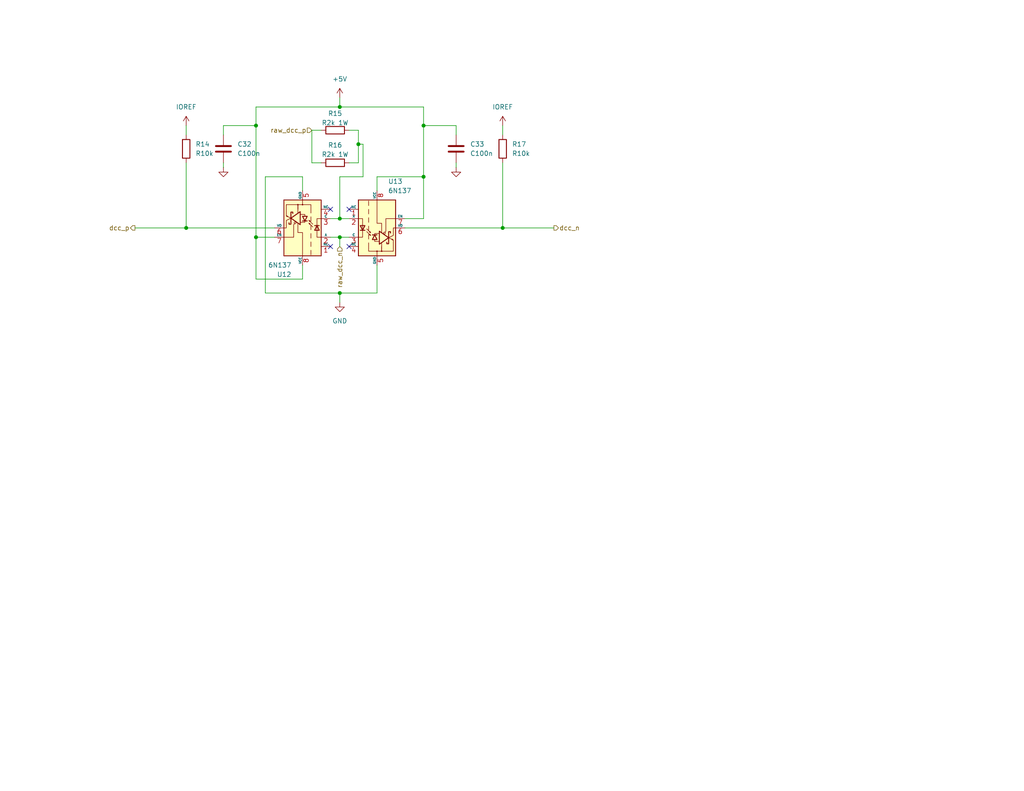
<source format=kicad_sch>
(kicad_sch (version 20250114) (generator "eeschema") (generator_version "9.0")
  (paper "USLetter")
  (title_block (title "Pico LCC Booster") (date "2025-04-05") (rev "4") (company "TMRC & Uncommon Models") (comment 1 "Noah Paladino") (comment 2 "This design is provided without warranty, safety, or performance guarantees"))
  (lib_symbols
    (symbol "Device:C" (pin_numbers (hide yes)) (pin_names (offset 0.254))
      (property "Reference" "C" (at 0.635 2.54 0))
      (property "Value" "C" (at 0.635 -2.54 0))
      (symbol "C_0_1"
        (polyline (pts (xy -2.032 0.762) (xy 2.032 0.762)) (stroke (width 0.508)))
        (polyline (pts (xy -2.032 -0.762) (xy 2.032 -0.762)) (stroke (width 0.508)))
      )
      (symbol "C_1_1"
        (pin passive line (at 0 3.81 270) (length 2.794) (name "~") (number "1"))
        (pin passive line (at 0 -3.81 90) (length 2.794) (name "~") (number "2"))
      )
    )
    (symbol "Device:R" (pin_numbers (hide yes)) (pin_names (offset 0))
      (property "Reference" "R" (at 2.032 0 90))
      (property "Value" "R" (at 0 0 90))
      (symbol "R_0_1"
        (rectangle (start -1.016 -2.54) (end 1.016 2.54) (stroke (width 0.254)))
      )
      (symbol "R_1_1"
        (pin passive line (at 0 3.81 270) (length 1.27) (name "~") (number "1"))
        (pin passive line (at 0 -3.81 90) (length 1.27) (name "~") (number "2"))
      )
    )
    (symbol "Isolator:6N137" (pin_names (offset 0))
      (property "Reference" "U" (at -4.064 8.89 0))
      (property "Value" "6N137" (at 0 -8.89 0))
      (symbol "6N137_0_1"
        (polyline (pts (xy -5.08 -2.54) (xy -3.937 -2.54) (xy -3.937 2.54) (xy -5.08 2.54)))
        (polyline (pts (xy -2.794 -0.254) (xy -1.717 -1.331) (xy -2.076 -1.152) (xy -1.896 -0.972) (xy -1.717 -1.331)))
        (polyline (pts (xy -2.794 -1.016) (xy -1.717 -2.093) (xy -2.076 -1.914) (xy -1.896 -1.734) (xy -1.717 -2.093)))
        (polyline (pts (xy 0 -6.35) (xy -2.286 -6.35) (xy -2.286 -4.064)))
        (polyline (pts (xy 1.27 -5.08) (xy 1.27 -6.35) (xy 0 -6.35) (xy 0 -7.62)))
        (polyline (pts (xy 3.175 -2.667) (xy 0.635 -4.445) (xy 0.635 -0.889) (xy 3.175 -2.667)) (stroke (width 0.254)))
      )
      (symbol "6N137_1_1"
        (rectangle (start -5.08 7.62) (end 5.08 -7.62) (stroke (width 0.254)) (fill (type background)))
        (polyline (pts (xy -4.572 -0.635) (xy -3.302 -0.635)) (stroke (width 0.254)))
        (polyline (pts (xy -3.937 -0.635) (xy -4.572 0.635) (xy -3.302 0.635) (xy -3.937 -0.635)) (stroke (width 0.254)))
        (polyline (pts (xy -2.286 7.366) (xy -2.286 6.096)))
        (polyline (pts (xy -2.286 5.08) (xy -2.286 3.81)))
        (polyline (pts (xy -2.286 2.794) (xy -2.286 1.524)))
        (polyline (pts (xy -2.286 0.508) (xy -2.286 -0.762)))
        (polyline (pts (xy -2.286 -1.778) (xy -2.286 -3.048)))
        (polyline (pts (xy -1.27 -1.905) (xy 0 -1.905)) (stroke (width 0.254)))
        (polyline (pts (xy -0.635 -1.905) (xy -0.635 -1.524) (xy 0.508 -1.524)))
        (polyline (pts (xy -0.635 -1.905) (xy -1.27 -3.175) (xy 0 -3.175) (xy -0.635 -1.905)) (stroke (width 0.254)))
        (polyline (pts (xy -0.635 -3.302) (xy -0.635 -3.683) (xy 0.635 -3.683)))
        (circle (center 0 -6.35) (radius 0.127) (fill (type outline)))
        (polyline (pts (xy 1.27 -1.27) (xy 1.27 1.27) (xy 0 1.27) (xy 0 7.62)))
        (polyline (pts (xy 1.27 -4.064) (xy 1.27 -6.35) (xy 4.445 -6.35)))
        (circle (center 1.27 -6.35) (radius 0.127) (fill (type outline)))
        (circle (center 2.032 -1.397) (radius 0.254))
        (polyline (pts (xy 2.1844 -1.1684) (xy 2.413 -0.889) (xy 2.413 2.54) (xy 5.08 2.54)))
        (polyline (pts (xy 3.175 -2.667) (xy 4.445 -3.302) (xy 4.445 -6.35)))
        (polyline (pts (xy 3.175 -2.667) (xy 3.175 -1.016) (xy 3.683 -1.016) (xy 3.683 -1.397)) (stroke (width 0.254)))
        (polyline (pts (xy 3.175 -2.667) (xy 3.175 -4.318) (xy 2.667 -4.318) (xy 2.667 -3.937)) (stroke (width 0.254)))
        (polyline (pts (xy 3.175 -2.667) (xy 4.445 -2.032) (xy 4.445 0) (xy 5.08 0)))
        (polyline (pts (xy 4.445 -3.302) (xy 4.161 -3.018) (xy 4.047 -3.246) (xy 4.445 -3.302)) (stroke (width 0.127)) (fill (type outline)))
        (pin passive line (at -7.62 5.08 0) (length 2.54) (name "NC") (number "1"))
        (pin passive line (at -7.62 2.54 0) (length 2.54) (name "A") (number "2"))
        (pin passive line (at -7.62 -2.54 0) (length 2.54) (name "C") (number "3"))
        (pin passive line (at -7.62 -5.08 0) (length 2.54) (name "NC") (number "4"))
        (pin power_in line (at 0 10.16 270) (length 2.54) (name "VCC") (number "8"))
        (pin power_in line (at 0 -10.16 90) (length 2.54) (name "GND") (number "5"))
        (pin input line (at 7.62 2.54 180) (length 2.54) (name "EN") (number "7"))
        (pin open_collector line (at 7.62 0 180) (length 2.54) (name "VO") (number "6"))
      )
    )
    (symbol "power:+3.3V" (power) (pin_numbers (hide yes)) (pin_names (offset 0) (hide yes))
      (property "Value" "+3.3V" (at 0 3.556 0))
      (symbol "+3.3V_0_1"
        (polyline (pts (xy -0.762 1.27) (xy 0 2.54)))
        (polyline (pts (xy 0 2.54) (xy 0.762 1.27)))
        (polyline (pts (xy 0 0) (xy 0 2.54)))
      )
      (symbol "+3.3V_1_1"
        (pin power_in line (at 0 0 90) (length 0) (name "~") (number "1"))
      )
    )
    (symbol "power:+5V" (power) (pin_numbers (hide yes)) (pin_names (offset 0) (hide yes))
      (property "Value" "+5V" (at 0 3.556 0))
      (symbol "+5V_0_1"
        (polyline (pts (xy -0.762 1.27) (xy 0 2.54)))
        (polyline (pts (xy 0 2.54) (xy 0.762 1.27)))
        (polyline (pts (xy 0 0) (xy 0 2.54)))
      )
      (symbol "+5V_1_1"
        (pin power_in line (at 0 0 90) (length 0) (name "~") (number "1"))
      )
    )
    (symbol "power:GND" (power) (pin_numbers (hide yes)) (pin_names (offset 0) (hide yes))
      (property "Value" "GND" (at 0 -3.81 0))
      (symbol "GND_0_1"
        (polyline (pts (xy 0 0) (xy 0 -1.27) (xy 1.27 -1.27) (xy 0 -2.54) (xy -1.27 -1.27) (xy 0 -1.27)))
      )
      (symbol "GND_1_1"
        (pin power_in line (at 0 0 270) (length 0) (name "~") (number "1"))
      )
    )
  )
  (junction (at 69.85 64.77))
  (junction (at 92.71 59.69))
  (junction (at 97.79 39.37))
  (junction (at 92.71 64.77))
  (junction (at 115.57 48.26))
  (junction (at 92.71 29.21))
  (junction (at 69.85 34.29))
  (junction (at 137.16 62.23))
  (junction (at 92.71 80.01))
  (junction (at 115.57 34.29))
  (junction (at 50.8 62.23))
  (no_connect (at 90.17 67.31))
  (no_connect (at 95.25 67.31))
  (no_connect (at 95.25 57.15))
  (no_connect (at 90.17 57.15))
  (wire (pts (xy 69.85 76.2) (xy 69.85 64.77)))
  (wire (pts (xy 102.87 48.26) (xy 115.57 48.26)))
  (wire (pts (xy 92.71 59.69) (xy 95.25 59.69)))
  (wire (pts (xy 115.57 29.21) (xy 115.57 34.29)))
  (wire (pts (xy 90.17 64.77) (xy 92.71 64.77)))
  (wire (pts (xy 69.85 64.77) (xy 69.85 34.29)))
  (wire (pts (xy 110.49 59.69) (xy 115.57 59.69)))
  (wire (pts (xy 60.96 44.45) (xy 60.96 45.72)))
  (wire (pts (xy 115.57 48.26) (xy 115.57 34.29)))
  (wire (pts (xy 92.71 48.26) (xy 92.71 59.69)))
  (wire (pts (xy 102.87 80.01) (xy 92.71 80.01)))
  (wire (pts (xy 97.79 44.45) (xy 95.25 44.45)))
  (wire (pts (xy 99.06 39.37) (xy 99.06 48.26)))
  (wire (pts (xy 90.17 59.69) (xy 92.71 59.69)))
  (wire (pts (xy 69.85 76.2) (xy 82.55 76.2)))
  (wire (pts (xy 137.16 36.83) (xy 137.16 34.29)))
  (wire (pts (xy 85.09 44.45) (xy 85.09 35.56)))
  (wire (pts (xy 50.8 44.45) (xy 50.8 62.23)))
  (wire (pts (xy 102.87 72.39) (xy 102.87 80.01)))
  (wire (pts (xy 124.46 36.83) (xy 124.46 34.29)))
  (wire (pts (xy 97.79 39.37) (xy 99.06 39.37)))
  (wire (pts (xy 92.71 80.01) (xy 92.71 82.55)))
  (wire (pts (xy 115.57 59.69) (xy 115.57 48.26)))
  (wire (pts (xy 97.79 35.56) (xy 95.25 35.56)))
  (wire (pts (xy 115.57 34.29) (xy 124.46 34.29)))
  (wire (pts (xy 102.87 52.07) (xy 102.87 48.26)))
  (wire (pts (xy 82.55 48.26) (xy 72.39 48.26)))
  (wire (pts (xy 87.63 44.45) (xy 85.09 44.45)))
  (wire (pts (xy 92.71 26.67) (xy 92.71 29.21)))
  (wire (pts (xy 82.55 52.07) (xy 82.55 48.26)))
  (wire (pts (xy 50.8 36.83) (xy 50.8 34.29)))
  (wire (pts (xy 69.85 29.21) (xy 69.85 34.29)))
  (wire (pts (xy 72.39 48.26) (xy 72.39 80.01)))
  (wire (pts (xy 137.16 62.23) (xy 151.13 62.23)))
  (wire (pts (xy 137.16 44.45) (xy 137.16 62.23)))
  (wire (pts (xy 92.71 67.31) (xy 92.71 64.77)))
  (wire (pts (xy 85.09 35.56) (xy 87.63 35.56)))
  (wire (pts (xy 69.85 64.77) (xy 74.93 64.77)))
  (wire (pts (xy 97.79 35.56) (xy 97.79 39.37)))
  (wire (pts (xy 115.57 29.21) (xy 92.71 29.21)))
  (wire (pts (xy 110.49 62.23) (xy 137.16 62.23)))
  (wire (pts (xy 50.8 62.23) (xy 74.93 62.23)))
  (wire (pts (xy 124.46 44.45) (xy 124.46 45.72)))
  (wire (pts (xy 69.85 29.21) (xy 92.71 29.21)))
  (wire (pts (xy 36.83 62.23) (xy 50.8 62.23)))
  (wire (pts (xy 60.96 34.29) (xy 69.85 34.29)))
  (wire (pts (xy 82.55 72.39) (xy 82.55 76.2)))
  (wire (pts (xy 60.96 36.83) (xy 60.96 34.29)))
  (wire (pts (xy 92.71 80.01) (xy 72.39 80.01)))
  (wire (pts (xy 99.06 48.26) (xy 92.71 48.26)))
  (wire (pts (xy 97.79 39.37) (xy 97.79 44.45)))
  (wire (pts (xy 92.71 64.77) (xy 95.25 64.77)))
  (hierarchical_label "raw_dcc_p" (shape input) (at 85.09 35.56 180))
  (hierarchical_label "raw_dcc_n" (shape input) (at 92.71 67.31 270))
  (hierarchical_label "dcc_n" (shape output) (at 151.13 62.23 0))
  (hierarchical_label "dcc_p" (shape output) (at 36.83 62.23 180))
  (symbol (lib_id "power:GND") (at 124.46 45.72 0) (unit 1)
    (property "Reference" "#PWR055" (effects (hide yes)))
    (property "Value" "GND" (effects (hide yes)))
    (property "Description" "Power symbol creates a global label with name \"GND\" , ground" (effects (hide yes)))
  )
  (symbol (lib_id "power:GND") (at 92.71 82.55 0) (unit 1)
    (property "Reference" "#PWR054" (effects (hide yes)))
    (property "Value" "GND" (at 92.71 87.63 0))
    (property "Description" "Power symbol creates a global label with name \"GND\" , ground" (effects (hide yes)))
  )
  (symbol (lib_id "power:+3.3V") (at 50.8 34.29 0) (unit 1)
    (property "Reference" "#PWR051" (effects (hide yes)))
    (property "Value" "IOREF" (at 50.8 29.21 0))
    (property "Description" "Power symbol creates a global label with name \"+3.3V\"" (effects (hide yes)))
  )
  (symbol (lib_id "Device:C") (at 124.46 40.64 0) (unit 1)
    (property "Reference" "C33" (at 128.27 39.3699 0) (effects (justify left)))
    (property "Value" "C100n" (at 128.27 41.9099 0) (effects (justify left)))
    (property "Footprint" "Capacitor_SMD:C_0805_2012Metric_Pad1.18x1.45mm_HandSolder" (effects (hide yes)))
    (property "Description" "Unpolarized capacitor" (effects (hide yes)))
    (property "MANUFACTURER" "Samsung" (effects (hide yes)))
    (property "Manufacturer Part Number" "CL21B104KACNFNC" (effects (hide yes)))
  )
  (symbol (lib_id "power:GND") (at 60.96 45.72 0) (unit 1)
    (property "Reference" "#PWR052" (effects (hide yes)))
    (property "Value" "GND" (effects (hide yes)))
    (property "Description" "Power symbol creates a global label with name \"GND\" , ground" (effects (hide yes)))
  )
  (symbol (lib_id "Device:C") (at 60.96 40.64 0) (unit 1)
    (property "Reference" "C32" (at 64.77 39.3699 0) (effects (justify left)))
    (property "Value" "C100n" (at 64.77 41.9099 0) (effects (justify left)))
    (property "Footprint" "Capacitor_SMD:C_0805_2012Metric_Pad1.18x1.45mm_HandSolder" (effects (hide yes)))
    (property "Description" "Unpolarized capacitor" (effects (hide yes)))
    (property "MANUFACTURER" "Samsung" (effects (hide yes)))
    (property "Manufacturer Part Number" "CL21B104KACNFNC" (effects (hide yes)))
  )
  (symbol (lib_id "power:+3.3V") (at 137.16 34.29 0) (unit 1)
    (property "Reference" "#PWR056" (effects (hide yes)))
    (property "Value" "IOREF" (at 137.16 29.21 0))
    (property "Description" "Power symbol creates a global label with name \"+3.3V\"" (effects (hide yes)))
  )
  (symbol (lib_id "Isolator:6N137") (at 102.87 62.23 0) (unit 1)
    (property "Reference" "U13" (at 105.8865 49.53 0) (effects (justify left)))
    (property "Value" "6N137" (at 105.8865 52.07 0) (effects (justify left)))
    (property "Footprint" "Package_DIP:DIP-8_W7.62mm_SMDSocket_SmallPads" (effects (hide yes)))
    (property "Datasheet" "https://docs.broadcom.com/docs/AV02-0940EN" (effects (hide yes)))
    (property "Description" "Single High Speed LSTTL/TTL Compatible Optocoupler with enable, dV/dt 1000/us, VCM 10, max 7V VCC, DIP-8" (effects (hide yes)))
    (property "MANUFACTURER" "Lite-On" (effects (hide yes)))
    (property "Manufacturer Part Number" "6N137S-TA1-L " (effects (hide yes)))
  )
  (symbol (lib_id "Device:R") (at 137.16 40.64 180) (unit 1)
    (property "Reference" "R17" (at 139.7 39.3699 0) (effects (justify right)))
    (property "Value" "R10k" (at 139.7 41.9099 0) (effects (justify right)))
    (property "Footprint" "Resistor_SMD:R_0805_2012Metric_Pad1.20x1.40mm_HandSolder" (effects (hide yes)))
    (property "Description" "Resistor" (effects (hide yes)))
    (property "Manufacturer Part Number" "RC0805JR-0710KL" (effects (hide yes)))
    (property "MANUFACTURER" "Yageo" (effects (hide yes)))
  )
  (symbol (lib_id "Isolator:6N137") (at 82.55 62.23 180) (unit 1)
    (property "Reference" "U12" (at 79.5335 74.93 0) (effects (justify left)))
    (property "Value" "6N137" (at 79.5335 72.39 0) (effects (justify left)))
    (property "Footprint" "Package_DIP:DIP-8_W7.62mm_SMDSocket_SmallPads" (effects (hide yes)))
    (property "Datasheet" "https://docs.broadcom.com/docs/AV02-0940EN" (effects (hide yes)))
    (property "Description" "Single High Speed LSTTL/TTL Compatible Optocoupler with enable, dV/dt 1000/us, VCM 10, max 7V VCC, DIP-8" (effects (hide yes)))
    (property "MANUFACTURER" "Lite-On" (effects (hide yes)))
    (property "Manufacturer Part Number" "6N137S-TA1-L " (effects (hide yes)))
  )
  (symbol (lib_id "Device:R") (at 91.44 44.45 90) (unit 1)
    (property "Reference" "R16" (at 91.44 39.624 90))
    (property "Value" "R2k 1W" (at 91.44 42.164 90))
    (property "Footprint" "Resistor_SMD:R_2512_6332Metric_Pad1.40x3.35mm_HandSolder" (effects (hide yes)))
    (property "Description" "Resistor" (effects (hide yes)))
    (property "Manufacturer Part Number" "AC2512JK-072KL" (effects (hide yes)))
    (property "MANUFACTURER" "Yageo" (effects (hide yes)))
  )
  (symbol (lib_id "Device:R") (at 50.8 40.64 180) (unit 1)
    (property "Reference" "R14" (at 53.34 39.3699 0) (effects (justify right)))
    (property "Value" "R10k" (at 53.34 41.9099 0) (effects (justify right)))
    (property "Footprint" "Resistor_SMD:R_0805_2012Metric_Pad1.20x1.40mm_HandSolder" (effects (hide yes)))
    (property "Description" "Resistor" (effects (hide yes)))
    (property "Manufacturer Part Number" "RC0805JR-0710KL" (effects (hide yes)))
    (property "MANUFACTURER" "Yageo" (effects (hide yes)))
  )
  (symbol (lib_id "Device:R") (at 91.44 35.56 90) (unit 1)
    (property "Reference" "R15" (at 91.44 30.988 90))
    (property "Value" "R2k 1W" (at 91.44 33.528 90))
    (property "Footprint" "Resistor_SMD:R_2512_6332Metric_Pad1.40x3.35mm_HandSolder" (effects (hide yes)))
    (property "Description" "Resistor" (effects (hide yes)))
    (property "Manufacturer Part Number" "AC2512JK-072KL" (effects (hide yes)))
    (property "MANUFACTURER" "Yageo" (effects (hide yes)))
  )
  (symbol (lib_id "power:+5V") (at 92.71 26.67 0) (unit 1)
    (property "Reference" "#PWR053" (effects (hide yes)))
    (property "Value" "+5V" (at 92.71 21.59 0))
    (property "Description" "Power symbol creates a global label with name \"+5V\"" (effects (hide yes)))
  )
)
</source>
